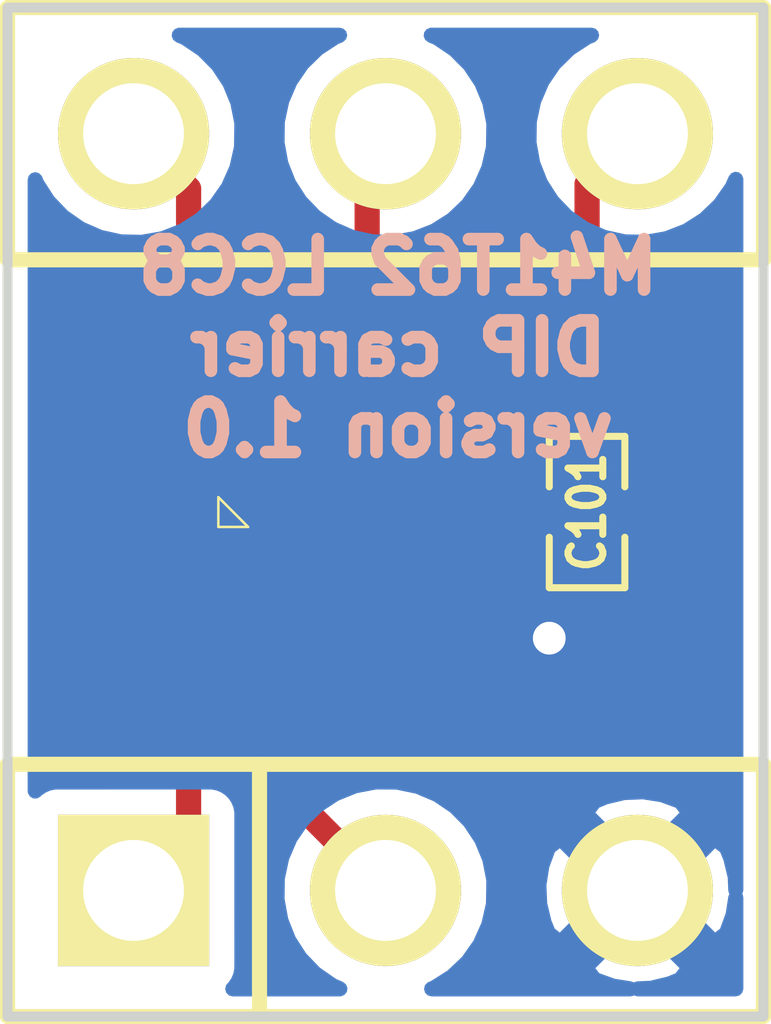
<source format=kicad_pcb>
(kicad_pcb (version 3) (host pcbnew "(2013-june-11)-stable")

  (general
    (links 8)
    (no_connects 0)
    (area 47.772667 31.419799 56.210201 42.240201)
    (thickness 1.6)
    (drawings 5)
    (tracks 19)
    (zones 0)
    (modules 4)
    (nets 7)
  )

  (page A3)
  (layers
    (15 F.Cu signal)
    (0 B.Cu signal)
    (16 B.Adhes user hide)
    (17 F.Adhes user hide)
    (18 B.Paste user hide)
    (19 F.Paste user hide)
    (20 B.SilkS user hide)
    (21 F.SilkS user hide)
    (22 B.Mask user hide)
    (23 F.Mask user hide)
    (24 Dwgs.User user hide)
    (25 Cmts.User user hide)
    (26 Eco1.User user hide)
    (27 Eco2.User user hide)
    (28 Edge.Cuts user)
  )

  (setup
    (last_trace_width 0.1524)
    (trace_clearance 0.1524)
    (zone_clearance 0.1524)
    (zone_45_only no)
    (trace_min 0.1524)
    (segment_width 0.0254)
    (edge_width 0.1)
    (via_size 0.6858)
    (via_drill 0.3302)
    (via_min_size 0.6858)
    (via_min_drill 0.3302)
    (uvia_size 0.508)
    (uvia_drill 0.127)
    (uvias_allowed no)
    (uvia_min_size 0.508)
    (uvia_min_drill 0.127)
    (pcb_text_width 0.3)
    (pcb_text_size 1.5 1.5)
    (mod_edge_width 0.0254)
    (mod_text_size 1 1)
    (mod_text_width 0.15)
    (pad_size 1.524 1.524)
    (pad_drill 1.016)
    (pad_to_mask_clearance 0)
    (aux_axis_origin 0 0)
    (visible_elements FFFFFFBF)
    (pcbplotparams
      (layerselection 284983297)
      (usegerberextensions true)
      (excludeedgelayer true)
      (linewidth 0.150000)
      (plotframeref false)
      (viasonmask false)
      (mode 1)
      (useauxorigin false)
      (hpglpennumber 1)
      (hpglpenspeed 20)
      (hpglpendiameter 15)
      (hpglpenoverlay 2)
      (psnegative false)
      (psa4output false)
      (plotreference true)
      (plotvalue true)
      (plotothertext true)
      (plotinvisibletext false)
      (padsonsilk false)
      (subtractmaskfromsilk false)
      (outputformat 1)
      (mirror false)
      (drillshape 0)
      (scaleselection 1)
      (outputdirectory gerbers/))
  )

  (net 0 "")
  (net 1 /SCL)
  (net 2 /SDA)
  (net 3 /SQW)
  (net 4 /Vdd)
  (net 5 /Vss)
  (net 6 /nINT)

  (net_class Default "This is the default net class."
    (clearance 0.1524)
    (trace_width 0.1524)
    (via_dia 0.6858)
    (via_drill 0.3302)
    (uvia_dia 0.508)
    (uvia_drill 0.127)
    (add_net "")
    (add_net /SCL)
    (add_net /SDA)
    (add_net /SQW)
    (add_net /Vdd)
    (add_net /Vss)
    (add_net /nINT)
  )

  (module PIN_ARRAY_3X1 (layer F.Cu) (tedit 537D5A6A) (tstamp 537D50B5)
    (at 52.07 33.02 180)
    (descr "Connecteur 3 pins")
    (tags "CONN DEV")
    (path /537D5074)
    (fp_text reference K102 (at 0.254 -2.159 180) (layer F.SilkS) hide
      (effects (font (size 1.016 1.016) (thickness 0.1524)))
    )
    (fp_text value CONN_3 (at 0 -2.159 180) (layer F.SilkS) hide
      (effects (font (size 1.016 1.016) (thickness 0.1524)))
    )
    (fp_line (start -3.81 1.27) (end -3.81 -1.27) (layer F.SilkS) (width 0.1524))
    (fp_line (start -3.81 -1.27) (end 3.81 -1.27) (layer F.SilkS) (width 0.1524))
    (fp_line (start 3.81 -1.27) (end 3.81 1.27) (layer F.SilkS) (width 0.1524))
    (fp_line (start 3.81 1.27) (end -3.81 1.27) (layer F.SilkS) (width 0.1524))
    (pad 1 thru_hole circle (at -2.54 0 180) (size 1.524 1.524) (drill 1.016)
      (layers *.Cu *.Mask F.SilkS)
      (net 4 /Vdd)
    )
    (pad 2 thru_hole circle (at 0 0 180) (size 1.524 1.524) (drill 1.016)
      (layers *.Cu *.Mask F.SilkS)
      (net 6 /nINT)
    )
    (pad 3 thru_hole circle (at 2.54 0 180) (size 1.524 1.524) (drill 1.016)
      (layers *.Cu *.Mask F.SilkS)
      (net 1 /SCL)
    )
    (model pin_array/pins_array_3x1.wrl
      (at (xyz 0 0 0))
      (scale (xyz 1 1 1))
      (rotate (xyz 0 0 0))
    )
  )

  (module SM0402_c (layer F.Cu) (tedit 516FD0AE) (tstamp 537D4FB3)
    (at 54.102 36.83 270)
    (path /537D4F7F)
    (attr smd)
    (fp_text reference C101 (at 0 0 270) (layer F.SilkS)
      (effects (font (size 0.35052 0.3048) (thickness 0.07112)))
    )
    (fp_text value CP1 (at 0.09906 0 270) (layer F.SilkS) hide
      (effects (font (size 0.35052 0.3048) (thickness 0.07112)))
    )
    (fp_line (start -0.254 -0.381) (end -0.762 -0.381) (layer F.SilkS) (width 0.07112))
    (fp_line (start -0.762 -0.381) (end -0.762 0.381) (layer F.SilkS) (width 0.07112))
    (fp_line (start -0.762 0.381) (end -0.254 0.381) (layer F.SilkS) (width 0.07112))
    (fp_line (start 0.254 -0.381) (end 0.762 -0.381) (layer F.SilkS) (width 0.07112))
    (fp_line (start 0.762 -0.381) (end 0.762 0.381) (layer F.SilkS) (width 0.07112))
    (fp_line (start 0.762 0.381) (end 0.254 0.381) (layer F.SilkS) (width 0.07112))
    (pad 1 smd rect (at -0.44958 0 270) (size 0.39878 0.59944)
      (layers F.Cu F.Paste F.Mask)
      (net 4 /Vdd)
    )
    (pad 2 smd rect (at 0.44958 0 270) (size 0.39878 0.59944)
      (layers F.Cu F.Paste F.Mask)
      (net 5 /Vss)
    )
    (model smd/capacitors/C0402.wrl
      (at (xyz 0 0 0))
      (scale (xyz 0.27 0.27 0.27))
      (rotate (xyz 0 0 0))
    )
  )

  (module PIN_ARRAY_3X1 (layer F.Cu) (tedit 537D5875) (tstamp 537D50A9)
    (at 52.07 40.64)
    (descr "Connecteur 3 pins")
    (tags "CONN DEV")
    (path /537D5065)
    (fp_text reference K101 (at 0.254 -2.159) (layer F.SilkS) hide
      (effects (font (size 1.016 1.016) (thickness 0.1524)))
    )
    (fp_text value CONN_3 (at 0 -2.159) (layer F.SilkS) hide
      (effects (font (size 1.016 1.016) (thickness 0.1524)))
    )
    (fp_line (start -3.81 1.27) (end -3.81 -1.27) (layer F.SilkS) (width 0.1524))
    (fp_line (start -3.81 -1.27) (end 3.81 -1.27) (layer F.SilkS) (width 0.1524))
    (fp_line (start 3.81 -1.27) (end 3.81 1.27) (layer F.SilkS) (width 0.1524))
    (fp_line (start 3.81 1.27) (end -3.81 1.27) (layer F.SilkS) (width 0.1524))
    (fp_line (start -1.27 -1.27) (end -1.27 1.27) (layer F.SilkS) (width 0.1524))
    (pad 1 thru_hole rect (at -2.54 0) (size 1.524 1.524) (drill 1.016)
      (layers *.Cu *.Mask F.SilkS)
      (net 2 /SDA)
    )
    (pad 2 thru_hole circle (at 0 0) (size 1.524 1.524) (drill 1.016)
      (layers *.Cu *.Mask F.SilkS)
      (net 3 /SQW)
    )
    (pad 3 thru_hole circle (at 2.54 0) (size 1.524 1.524) (drill 1.016)
      (layers *.Cu *.Mask F.SilkS)
      (net 5 /Vss)
    )
    (model pin_array/pins_array_3x1.wrl
      (at (xyz 0 0 0))
      (scale (xyz 1 1 1))
      (rotate (xyz 0 0 0))
    )
  )

  (module LCC8 (layer F.Cu) (tedit 537D5B91) (tstamp 537D6658)
    (at 51.435 36.83)
    (path /53781E67)
    (fp_text reference U101 (at 0 2.05) (layer F.SilkS) hide
      (effects (font (size 1 1) (thickness 0.15)))
    )
    (fp_text value M41T62 (at 0 -1.85) (layer F.SilkS) hide
      (effects (font (size 1 1) (thickness 0.15)))
    )
    (fp_line (start -0.75 0.15) (end -1.05 0.15) (layer F.SilkS) (width 0.0254))
    (fp_line (start -1.05 0.15) (end -1.05 -0.15) (layer F.SilkS) (width 0.0254))
    (fp_line (start -0.75 0.15) (end -1.05 -0.15) (layer F.SilkS) (width 0.0254))
    (pad 8 smd rect (at -1.35 -0.6) (size 0.5 0.8)
      (layers F.Cu F.Paste F.Mask)
      (net 1 /SCL)
    )
    (pad 7 smd rect (at -0.45 -0.6) (size 0.5 0.8)
      (layers F.Cu F.Paste F.Mask)
    )
    (pad 5 smd rect (at 1.35 -0.6) (size 0.5 0.8)
      (layers F.Cu F.Paste F.Mask)
      (net 4 /Vdd)
    )
    (pad 6 smd rect (at 0.45 -0.6) (size 0.5 0.8)
      (layers F.Cu F.Paste F.Mask)
      (net 6 /nINT)
    )
    (pad 3 smd rect (at 0.45 0.6) (size 0.5 0.8)
      (layers F.Cu F.Paste F.Mask)
      (net 5 /Vss)
    )
    (pad 4 smd rect (at 1.35 0.6) (size 0.5 0.8)
      (layers F.Cu F.Paste F.Mask)
    )
    (pad 2 smd rect (at -0.45 0.6) (size 0.5 0.8)
      (layers F.Cu F.Paste F.Mask)
      (net 3 /SQW)
    )
    (pad 1 smd rect (at -1.35 0.6) (size 0.5 0.8)
      (layers F.Cu F.Paste F.Mask)
      (net 2 /SDA)
    )
  )

  (gr_line (start 55.88 31.75) (end 48.26 31.75) (angle 90) (layer Edge.Cuts) (width 0.1))
  (gr_line (start 55.88 41.91) (end 55.88 31.75) (angle 90) (layer Edge.Cuts) (width 0.1))
  (gr_line (start 48.26 41.91) (end 55.88 41.91) (angle 90) (layer Edge.Cuts) (width 0.1))
  (gr_text "M41T62 LCC8\nDIP carrier\nversion 1.0\n" (at 52.197 35.179) (layer B.SilkS)
    (effects (font (size 0.508 0.508) (thickness 0.127)) (justify mirror))
  )
  (gr_line (start 48.26 41.91) (end 48.26 31.75) (angle 90) (layer Edge.Cuts) (width 0.1))

  (segment (start 50.085 36.23) (end 50.085 33.575) (width 0.254) (layer F.Cu) (net 1))
  (segment (start 50.085 33.575) (end 49.53 33.02) (width 0.254) (layer F.Cu) (net 1) (tstamp 537D57CE))
  (segment (start 50.085 37.43) (end 50.085 40.085) (width 0.254) (layer F.Cu) (net 2))
  (segment (start 50.085 40.085) (end 49.53 40.64) (width 0.254) (layer F.Cu) (net 2) (tstamp 537D57F8))
  (segment (start 50.985 37.43) (end 50.985 39.555) (width 0.254) (layer F.Cu) (net 3))
  (segment (start 50.985 39.555) (end 52.07 40.64) (width 0.254) (layer F.Cu) (net 3) (tstamp 537D57F4))
  (segment (start 52.785 36.23) (end 53.95158 36.23) (width 0.254) (layer F.Cu) (net 4))
  (segment (start 53.95158 36.23) (end 54.102 36.38042) (width 0.254) (layer F.Cu) (net 4) (tstamp 537D57D4))
  (segment (start 54.102 36.38042) (end 54.102 33.528) (width 0.254) (layer F.Cu) (net 4))
  (segment (start 54.102 33.528) (end 54.61 33.02) (width 0.254) (layer F.Cu) (net 4) (tstamp 537D57D7))
  (segment (start 54.102 37.27958) (end 54.102 37.719) (width 0.254) (layer F.Cu) (net 5))
  (segment (start 54.102 37.719) (end 53.721 38.1) (width 0.254) (layer F.Cu) (net 5) (tstamp 537D58F8))
  (segment (start 51.885 37.788) (end 51.885 37.43) (width 0.254) (layer F.Cu) (net 5))
  (via (at 53.721 38.1) (size 0.889) (layers F.Cu B.Cu) (net 5))
  (segment (start 53.594 38.227) (end 53.721 38.1) (width 0.254) (layer F.Cu) (net 5) (tstamp 537D58EC))
  (segment (start 52.324 38.227) (end 53.594 38.227) (width 0.254) (layer F.Cu) (net 5) (tstamp 537D58EA))
  (segment (start 51.885 37.788) (end 52.324 38.227) (width 0.254) (layer F.Cu) (net 5) (tstamp 537D58E3))
  (segment (start 51.885 36.23) (end 51.885 33.205) (width 0.254) (layer F.Cu) (net 6))
  (segment (start 51.885 33.205) (end 52.07 33.02) (width 0.254) (layer F.Cu) (net 6) (tstamp 537D57D1))

  (zone (net 5) (net_name /Vss) (layer B.Cu) (tstamp 537D57BC) (hatch edge 0.508)
    (connect_pads (clearance 0.1524))
    (min_thickness 0.1524)
    (fill (arc_segments 32) (thermal_gap 0.1524) (thermal_bridge_width 0.508))
    (polygon
      (pts
        (xy 48.26 31.75) (xy 48.26 41.91) (xy 55.88 41.91) (xy 55.88 31.75)
      )
    )
    (filled_polygon
      (pts
        (xy 55.6014 41.6314) (xy 54.610827 41.6314) (xy 54.746631 41.625971) (xy 54.935538 41.580654) (xy 55.041824 41.536846)
        (xy 55.135693 41.41714) (xy 54.61 40.891447) (xy 54.358553 41.142894) (xy 54.358553 40.64) (xy 53.83286 40.114307)
        (xy 53.713154 40.208176) (xy 53.646359 40.390598) (xy 53.616269 40.582519) (xy 53.624029 40.776631) (xy 53.669346 40.965538)
        (xy 53.713154 41.071824) (xy 53.83286 41.165693) (xy 54.358553 40.64) (xy 54.358553 41.142894) (xy 54.084307 41.41714)
        (xy 54.178176 41.536846) (xy 54.360598 41.603641) (xy 54.537651 41.6314) (xy 52.534406 41.6314) (xy 52.564831 41.619599)
        (xy 52.745679 41.504829) (xy 52.90079 41.357119) (xy 53.024257 41.182093) (xy 53.111376 40.98642) (xy 53.15883 40.777551)
        (xy 53.162246 40.532904) (xy 53.120643 40.322792) (xy 53.039021 40.124762) (xy 52.920489 39.946358) (xy 52.769563 39.794374)
        (xy 52.59199 39.6746) (xy 52.394535 39.591597) (xy 52.184718 39.548528) (xy 51.970532 39.547033) (xy 51.760135 39.587168)
        (xy 51.56154 39.667406) (xy 51.382312 39.784689) (xy 51.229278 39.934551) (xy 51.108267 40.111283) (xy 51.023888 40.308154)
        (xy 50.979356 40.517665) (xy 50.976365 40.731835) (xy 51.015031 40.942508) (xy 51.09388 41.141658) (xy 51.209909 41.3217)
        (xy 51.358699 41.475776) (xy 51.534582 41.598018) (xy 51.61099 41.6314) (xy 50.529623 41.6314) (xy 50.547654 41.613495)
        (xy 50.583865 41.55981) (xy 50.608958 41.500115) (xy 50.621979 41.436682) (xy 50.622431 41.371928) (xy 50.622213 39.845622)
        (xy 50.609635 39.7821) (xy 50.584959 39.722231) (xy 50.549124 39.668295) (xy 50.503495 39.622346) (xy 50.44981 39.586135)
        (xy 50.390115 39.561042) (xy 50.326682 39.548021) (xy 50.261928 39.547569) (xy 48.735622 39.547787) (xy 48.6721 39.560365)
        (xy 48.612231 39.585041) (xy 48.558295 39.620876) (xy 48.5386 39.640433) (xy 48.5386 33.483065) (xy 48.55388 33.521658)
        (xy 48.669909 33.7017) (xy 48.818699 33.855776) (xy 48.994582 33.978018) (xy 49.190859 34.063769) (xy 49.400054 34.109764)
        (xy 49.614198 34.114249) (xy 49.825135 34.077056) (xy 50.024831 33.999599) (xy 50.205679 33.884829) (xy 50.36079 33.737119)
        (xy 50.484257 33.562093) (xy 50.571376 33.36642) (xy 50.61883 33.157551) (xy 50.622246 32.912904) (xy 50.580643 32.702792)
        (xy 50.499021 32.504762) (xy 50.380489 32.326358) (xy 50.229563 32.174374) (xy 50.05199 32.0546) (xy 49.990138 32.0286)
        (xy 51.608086 32.0286) (xy 51.56154 32.047406) (xy 51.382312 32.164689) (xy 51.229278 32.314551) (xy 51.108267 32.491283)
        (xy 51.023888 32.688154) (xy 50.979356 32.897665) (xy 50.976365 33.111835) (xy 51.015031 33.322508) (xy 51.09388 33.521658)
        (xy 51.209909 33.7017) (xy 51.358699 33.855776) (xy 51.534582 33.978018) (xy 51.730859 34.063769) (xy 51.940054 34.109764)
        (xy 52.154198 34.114249) (xy 52.365135 34.077056) (xy 52.564831 33.999599) (xy 52.745679 33.884829) (xy 52.90079 33.737119)
        (xy 53.024257 33.562093) (xy 53.111376 33.36642) (xy 53.15883 33.157551) (xy 53.162246 32.912904) (xy 53.120643 32.702792)
        (xy 53.039021 32.504762) (xy 52.920489 32.326358) (xy 52.769563 32.174374) (xy 52.59199 32.0546) (xy 52.530138 32.0286)
        (xy 54.148086 32.0286) (xy 54.10154 32.047406) (xy 53.922312 32.164689) (xy 53.769278 32.314551) (xy 53.648267 32.491283)
        (xy 53.563888 32.688154) (xy 53.519356 32.897665) (xy 53.516365 33.111835) (xy 53.555031 33.322508) (xy 53.63388 33.521658)
        (xy 53.749909 33.7017) (xy 53.898699 33.855776) (xy 54.074582 33.978018) (xy 54.270859 34.063769) (xy 54.480054 34.109764)
        (xy 54.694198 34.114249) (xy 54.905135 34.077056) (xy 55.104831 33.999599) (xy 55.285679 33.884829) (xy 55.44079 33.737119)
        (xy 55.564257 33.562093) (xy 55.6014 33.478668) (xy 55.6014 40.639172) (xy 55.595971 40.503369) (xy 55.550654 40.314462)
        (xy 55.506846 40.208176) (xy 55.38714 40.114307) (xy 55.135693 40.365754) (xy 55.135693 39.86286) (xy 55.041824 39.743154)
        (xy 54.859402 39.676359) (xy 54.667481 39.646269) (xy 54.473369 39.654029) (xy 54.284462 39.699346) (xy 54.178176 39.743154)
        (xy 54.084307 39.86286) (xy 54.61 40.388553) (xy 55.135693 39.86286) (xy 55.135693 40.365754) (xy 54.861447 40.64)
        (xy 55.38714 41.165693) (xy 55.506846 41.071824) (xy 55.573641 40.889402) (xy 55.6014 40.712348) (xy 55.6014 41.6314)
      )
    )
  )
)

</source>
